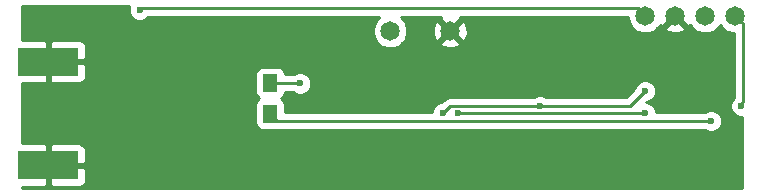
<source format=gbr>
G04 #@! TF.FileFunction,Copper,L2,Bot,Signal*
%FSLAX46Y46*%
G04 Gerber Fmt 4.6, Leading zero omitted, Abs format (unit mm)*
G04 Created by KiCad (PCBNEW 0.201510251816+6278~30~ubuntu14.04.1-product) date Mon 26 Oct 2015 11:17:12 PM CDT*
%MOMM*%
G01*
G04 APERTURE LIST*
%ADD10C,0.100000*%
%ADD11C,1.651000*%
%ADD12R,1.198880X1.501140*%
%ADD13C,0.711200*%
%ADD14R,0.889000X0.457200*%
%ADD15R,5.080000X2.413000*%
%ADD16C,0.600000*%
%ADD17C,0.250000*%
%ADD18C,0.254000*%
G04 APERTURE END LIST*
D10*
D11*
X137160000Y-86360000D03*
X142240000Y-86360000D03*
X158750000Y-85090000D03*
X161290000Y-85090000D03*
X163830000Y-85090000D03*
X166370000Y-85090000D03*
D12*
X127000000Y-90774520D03*
X127000000Y-93375480D03*
D13*
X111633000Y-97726500D03*
D14*
X111188500Y-97726500D03*
D15*
X108204000Y-97726500D03*
X108204000Y-88963500D03*
D14*
X111188500Y-88963500D03*
D13*
X111633000Y-88963500D03*
D16*
X151638000Y-95504000D03*
X151638000Y-91313000D03*
X125984000Y-87630000D03*
X121031000Y-87884000D03*
X119761000Y-85471000D03*
X142367000Y-97790000D03*
X148590000Y-91440000D03*
X148209000Y-96393000D03*
X134366000Y-94996000D03*
X134366000Y-92964000D03*
X160274000Y-96520000D03*
X166370000Y-97917000D03*
X161671000Y-92837000D03*
X164465000Y-89535000D03*
X142240000Y-90170000D03*
X158115000Y-88265000D03*
X116967000Y-99060000D03*
X120904000Y-99060000D03*
X135890000Y-99060000D03*
X158369000Y-99060000D03*
X115951000Y-84582000D03*
X166878000Y-92710000D03*
X129540000Y-90805000D03*
X149860000Y-92710000D03*
X158750000Y-91440000D03*
X141605000Y-93345000D03*
X158750000Y-93345000D03*
X142875000Y-93345000D03*
X164338000Y-93980000D03*
D17*
X148209000Y-96393000D02*
X143764000Y-96393000D01*
X143764000Y-96393000D02*
X142367000Y-97790000D01*
X160274000Y-96520000D02*
X164973000Y-96520000D01*
X164973000Y-96520000D02*
X166370000Y-97917000D01*
X121920000Y-84455000D02*
X158115000Y-84455000D01*
X158750000Y-85090000D02*
X158115000Y-84455000D01*
X121920000Y-84455000D02*
X116078000Y-84455000D01*
X116078000Y-84455000D02*
X115951000Y-84582000D01*
X166878000Y-92710000D02*
X167005000Y-92329000D01*
X167005000Y-92329000D02*
X167005000Y-85725000D01*
X167005000Y-85725000D02*
X166370000Y-85090000D01*
X127000000Y-90774520D02*
X129509520Y-90774520D01*
X129509520Y-90774520D02*
X129540000Y-90805000D01*
X157480000Y-92710000D02*
X158750000Y-91440000D01*
X142240000Y-92710000D02*
X149860000Y-92710000D01*
X149860000Y-92710000D02*
X157480000Y-92710000D01*
X141605000Y-93345000D02*
X142240000Y-92710000D01*
X142875000Y-93345000D02*
X158750000Y-93345000D01*
X128905000Y-93980000D02*
X127604520Y-93980000D01*
X164338000Y-93980000D02*
X129540000Y-93980000D01*
X129540000Y-93980000D02*
X128905000Y-93980000D01*
X127604520Y-93980000D02*
X127000000Y-93375480D01*
D18*
G36*
X115016162Y-84395201D02*
X115015838Y-84767167D01*
X115157883Y-85110943D01*
X115420673Y-85374192D01*
X115764201Y-85516838D01*
X116136167Y-85517162D01*
X116479943Y-85375117D01*
X116640340Y-85215000D01*
X136239736Y-85215000D01*
X135922570Y-85531613D01*
X135699754Y-86068214D01*
X135699247Y-86649237D01*
X135921126Y-87186226D01*
X136331613Y-87597430D01*
X136868214Y-87820246D01*
X137449237Y-87820753D01*
X137986226Y-87598874D01*
X138199256Y-87386215D01*
X141393390Y-87386215D01*
X141470656Y-87634976D01*
X142017131Y-87832340D01*
X142597535Y-87805553D01*
X143009344Y-87634976D01*
X143086610Y-87386215D01*
X142240000Y-86539605D01*
X141393390Y-87386215D01*
X138199256Y-87386215D01*
X138397430Y-87188387D01*
X138620246Y-86651786D01*
X138620695Y-86137131D01*
X140767660Y-86137131D01*
X140794447Y-86717535D01*
X140965024Y-87129344D01*
X141213785Y-87206610D01*
X142060395Y-86360000D01*
X142419605Y-86360000D01*
X143266215Y-87206610D01*
X143514976Y-87129344D01*
X143712340Y-86582869D01*
X143685553Y-86002465D01*
X143514976Y-85590656D01*
X143266215Y-85513390D01*
X142419605Y-86360000D01*
X142060395Y-86360000D01*
X141213785Y-85513390D01*
X140965024Y-85590656D01*
X140767660Y-86137131D01*
X138620695Y-86137131D01*
X138620753Y-86070763D01*
X138398874Y-85533774D01*
X138080656Y-85215000D01*
X141430285Y-85215000D01*
X141393390Y-85333785D01*
X142240000Y-86180395D01*
X143086610Y-85333785D01*
X143049715Y-85215000D01*
X157289390Y-85215000D01*
X157289247Y-85379237D01*
X157511126Y-85916226D01*
X157921613Y-86327430D01*
X158458214Y-86550246D01*
X159039237Y-86550753D01*
X159576226Y-86328874D01*
X159789256Y-86116215D01*
X160443390Y-86116215D01*
X160520656Y-86364976D01*
X161067131Y-86562340D01*
X161647535Y-86535553D01*
X162059344Y-86364976D01*
X162136610Y-86116215D01*
X161290000Y-85269605D01*
X160443390Y-86116215D01*
X159789256Y-86116215D01*
X159987430Y-85918387D01*
X160013487Y-85855634D01*
X160015024Y-85859344D01*
X160263785Y-85936610D01*
X161110395Y-85090000D01*
X161096253Y-85075858D01*
X161275858Y-84896253D01*
X161290000Y-84910395D01*
X161304143Y-84896253D01*
X161483748Y-85075858D01*
X161469605Y-85090000D01*
X162316215Y-85936610D01*
X162564976Y-85859344D01*
X162566211Y-85855926D01*
X162591126Y-85916226D01*
X163001613Y-86327430D01*
X163538214Y-86550246D01*
X164119237Y-86550753D01*
X164656226Y-86328874D01*
X165067430Y-85918387D01*
X165099804Y-85840421D01*
X165131126Y-85916226D01*
X165541613Y-86327430D01*
X166078214Y-86550246D01*
X166245000Y-86550392D01*
X166245000Y-92020759D01*
X166085808Y-92179673D01*
X165943162Y-92523201D01*
X165942838Y-92895167D01*
X166084883Y-93238943D01*
X166347673Y-93502192D01*
X166691201Y-93644838D01*
X166955000Y-93645068D01*
X166955000Y-99645000D01*
X105968000Y-99645000D01*
X105968000Y-99568000D01*
X107918250Y-99568000D01*
X108077000Y-99409250D01*
X108077000Y-97853500D01*
X108331000Y-97853500D01*
X108331000Y-99409250D01*
X108489750Y-99568000D01*
X110870310Y-99568000D01*
X111103699Y-99471327D01*
X111282327Y-99292698D01*
X111379000Y-99059309D01*
X111379000Y-98012250D01*
X111220250Y-97853500D01*
X108331000Y-97853500D01*
X108077000Y-97853500D01*
X108057000Y-97853500D01*
X108057000Y-97599500D01*
X108077000Y-97599500D01*
X108077000Y-96043750D01*
X108331000Y-96043750D01*
X108331000Y-97599500D01*
X111220250Y-97599500D01*
X111379000Y-97440750D01*
X111379000Y-96393691D01*
X111282327Y-96160302D01*
X111103699Y-95981673D01*
X110870310Y-95885000D01*
X108489750Y-95885000D01*
X108331000Y-96043750D01*
X108077000Y-96043750D01*
X107918250Y-95885000D01*
X105968000Y-95885000D01*
X105968000Y-90805000D01*
X107918250Y-90805000D01*
X108077000Y-90646250D01*
X108077000Y-89090500D01*
X108331000Y-89090500D01*
X108331000Y-90646250D01*
X108489750Y-90805000D01*
X110870310Y-90805000D01*
X111103699Y-90708327D01*
X111282327Y-90529698D01*
X111379000Y-90296309D01*
X111379000Y-90023950D01*
X125753120Y-90023950D01*
X125753120Y-91525090D01*
X125797398Y-91760407D01*
X125936470Y-91976531D01*
X126081507Y-92075631D01*
X125949119Y-92160820D01*
X125804129Y-92373020D01*
X125753120Y-92624910D01*
X125753120Y-94126050D01*
X125797398Y-94361367D01*
X125936470Y-94577491D01*
X126148670Y-94722481D01*
X126400560Y-94773490D01*
X127599440Y-94773490D01*
X127777424Y-94740000D01*
X163775537Y-94740000D01*
X163807673Y-94772192D01*
X164151201Y-94914838D01*
X164523167Y-94915162D01*
X164866943Y-94773117D01*
X165130192Y-94510327D01*
X165272838Y-94166799D01*
X165273162Y-93794833D01*
X165131117Y-93451057D01*
X164868327Y-93187808D01*
X164524799Y-93045162D01*
X164152833Y-93044838D01*
X163809057Y-93186883D01*
X163775882Y-93220000D01*
X159685110Y-93220000D01*
X159685162Y-93159833D01*
X159543117Y-92816057D01*
X159280327Y-92552808D01*
X158936799Y-92410162D01*
X158854712Y-92410090D01*
X158889680Y-92375122D01*
X158935167Y-92375162D01*
X159278943Y-92233117D01*
X159542192Y-91970327D01*
X159684838Y-91626799D01*
X159685162Y-91254833D01*
X159543117Y-90911057D01*
X159280327Y-90647808D01*
X158936799Y-90505162D01*
X158564833Y-90504838D01*
X158221057Y-90646883D01*
X157957808Y-90909673D01*
X157815162Y-91253201D01*
X157815121Y-91300077D01*
X157165198Y-91950000D01*
X150422463Y-91950000D01*
X150390327Y-91917808D01*
X150046799Y-91775162D01*
X149674833Y-91774838D01*
X149331057Y-91916883D01*
X149297882Y-91950000D01*
X142240000Y-91950000D01*
X141949161Y-92007852D01*
X141702599Y-92172599D01*
X141465320Y-92409878D01*
X141419833Y-92409838D01*
X141076057Y-92551883D01*
X140812808Y-92814673D01*
X140670162Y-93158201D01*
X140670108Y-93220000D01*
X128246880Y-93220000D01*
X128246880Y-92624910D01*
X128202602Y-92389593D01*
X128063530Y-92173469D01*
X127918493Y-92074369D01*
X128050881Y-91989180D01*
X128195871Y-91776980D01*
X128244970Y-91534520D01*
X128947110Y-91534520D01*
X129009673Y-91597192D01*
X129353201Y-91739838D01*
X129725167Y-91740162D01*
X130068943Y-91598117D01*
X130332192Y-91335327D01*
X130474838Y-90991799D01*
X130475162Y-90619833D01*
X130333117Y-90276057D01*
X130070327Y-90012808D01*
X129726799Y-89870162D01*
X129354833Y-89869838D01*
X129011057Y-90011883D01*
X129008415Y-90014520D01*
X128245106Y-90014520D01*
X128202602Y-89788633D01*
X128063530Y-89572509D01*
X127851330Y-89427519D01*
X127599440Y-89376510D01*
X126400560Y-89376510D01*
X126165243Y-89420788D01*
X125949119Y-89559860D01*
X125804129Y-89772060D01*
X125753120Y-90023950D01*
X111379000Y-90023950D01*
X111379000Y-89249250D01*
X111220250Y-89090500D01*
X108331000Y-89090500D01*
X108077000Y-89090500D01*
X108057000Y-89090500D01*
X108057000Y-88836500D01*
X108077000Y-88836500D01*
X108077000Y-87280750D01*
X108331000Y-87280750D01*
X108331000Y-88836500D01*
X111220250Y-88836500D01*
X111379000Y-88677750D01*
X111379000Y-87630691D01*
X111282327Y-87397302D01*
X111103699Y-87218673D01*
X110870310Y-87122000D01*
X108489750Y-87122000D01*
X108331000Y-87280750D01*
X108077000Y-87280750D01*
X107918250Y-87122000D01*
X105968000Y-87122000D01*
X105968000Y-84251000D01*
X115076040Y-84251000D01*
X115016162Y-84395201D01*
X115016162Y-84395201D01*
G37*
X115016162Y-84395201D02*
X115015838Y-84767167D01*
X115157883Y-85110943D01*
X115420673Y-85374192D01*
X115764201Y-85516838D01*
X116136167Y-85517162D01*
X116479943Y-85375117D01*
X116640340Y-85215000D01*
X136239736Y-85215000D01*
X135922570Y-85531613D01*
X135699754Y-86068214D01*
X135699247Y-86649237D01*
X135921126Y-87186226D01*
X136331613Y-87597430D01*
X136868214Y-87820246D01*
X137449237Y-87820753D01*
X137986226Y-87598874D01*
X138199256Y-87386215D01*
X141393390Y-87386215D01*
X141470656Y-87634976D01*
X142017131Y-87832340D01*
X142597535Y-87805553D01*
X143009344Y-87634976D01*
X143086610Y-87386215D01*
X142240000Y-86539605D01*
X141393390Y-87386215D01*
X138199256Y-87386215D01*
X138397430Y-87188387D01*
X138620246Y-86651786D01*
X138620695Y-86137131D01*
X140767660Y-86137131D01*
X140794447Y-86717535D01*
X140965024Y-87129344D01*
X141213785Y-87206610D01*
X142060395Y-86360000D01*
X142419605Y-86360000D01*
X143266215Y-87206610D01*
X143514976Y-87129344D01*
X143712340Y-86582869D01*
X143685553Y-86002465D01*
X143514976Y-85590656D01*
X143266215Y-85513390D01*
X142419605Y-86360000D01*
X142060395Y-86360000D01*
X141213785Y-85513390D01*
X140965024Y-85590656D01*
X140767660Y-86137131D01*
X138620695Y-86137131D01*
X138620753Y-86070763D01*
X138398874Y-85533774D01*
X138080656Y-85215000D01*
X141430285Y-85215000D01*
X141393390Y-85333785D01*
X142240000Y-86180395D01*
X143086610Y-85333785D01*
X143049715Y-85215000D01*
X157289390Y-85215000D01*
X157289247Y-85379237D01*
X157511126Y-85916226D01*
X157921613Y-86327430D01*
X158458214Y-86550246D01*
X159039237Y-86550753D01*
X159576226Y-86328874D01*
X159789256Y-86116215D01*
X160443390Y-86116215D01*
X160520656Y-86364976D01*
X161067131Y-86562340D01*
X161647535Y-86535553D01*
X162059344Y-86364976D01*
X162136610Y-86116215D01*
X161290000Y-85269605D01*
X160443390Y-86116215D01*
X159789256Y-86116215D01*
X159987430Y-85918387D01*
X160013487Y-85855634D01*
X160015024Y-85859344D01*
X160263785Y-85936610D01*
X161110395Y-85090000D01*
X161096253Y-85075858D01*
X161275858Y-84896253D01*
X161290000Y-84910395D01*
X161304143Y-84896253D01*
X161483748Y-85075858D01*
X161469605Y-85090000D01*
X162316215Y-85936610D01*
X162564976Y-85859344D01*
X162566211Y-85855926D01*
X162591126Y-85916226D01*
X163001613Y-86327430D01*
X163538214Y-86550246D01*
X164119237Y-86550753D01*
X164656226Y-86328874D01*
X165067430Y-85918387D01*
X165099804Y-85840421D01*
X165131126Y-85916226D01*
X165541613Y-86327430D01*
X166078214Y-86550246D01*
X166245000Y-86550392D01*
X166245000Y-92020759D01*
X166085808Y-92179673D01*
X165943162Y-92523201D01*
X165942838Y-92895167D01*
X166084883Y-93238943D01*
X166347673Y-93502192D01*
X166691201Y-93644838D01*
X166955000Y-93645068D01*
X166955000Y-99645000D01*
X105968000Y-99645000D01*
X105968000Y-99568000D01*
X107918250Y-99568000D01*
X108077000Y-99409250D01*
X108077000Y-97853500D01*
X108331000Y-97853500D01*
X108331000Y-99409250D01*
X108489750Y-99568000D01*
X110870310Y-99568000D01*
X111103699Y-99471327D01*
X111282327Y-99292698D01*
X111379000Y-99059309D01*
X111379000Y-98012250D01*
X111220250Y-97853500D01*
X108331000Y-97853500D01*
X108077000Y-97853500D01*
X108057000Y-97853500D01*
X108057000Y-97599500D01*
X108077000Y-97599500D01*
X108077000Y-96043750D01*
X108331000Y-96043750D01*
X108331000Y-97599500D01*
X111220250Y-97599500D01*
X111379000Y-97440750D01*
X111379000Y-96393691D01*
X111282327Y-96160302D01*
X111103699Y-95981673D01*
X110870310Y-95885000D01*
X108489750Y-95885000D01*
X108331000Y-96043750D01*
X108077000Y-96043750D01*
X107918250Y-95885000D01*
X105968000Y-95885000D01*
X105968000Y-90805000D01*
X107918250Y-90805000D01*
X108077000Y-90646250D01*
X108077000Y-89090500D01*
X108331000Y-89090500D01*
X108331000Y-90646250D01*
X108489750Y-90805000D01*
X110870310Y-90805000D01*
X111103699Y-90708327D01*
X111282327Y-90529698D01*
X111379000Y-90296309D01*
X111379000Y-90023950D01*
X125753120Y-90023950D01*
X125753120Y-91525090D01*
X125797398Y-91760407D01*
X125936470Y-91976531D01*
X126081507Y-92075631D01*
X125949119Y-92160820D01*
X125804129Y-92373020D01*
X125753120Y-92624910D01*
X125753120Y-94126050D01*
X125797398Y-94361367D01*
X125936470Y-94577491D01*
X126148670Y-94722481D01*
X126400560Y-94773490D01*
X127599440Y-94773490D01*
X127777424Y-94740000D01*
X163775537Y-94740000D01*
X163807673Y-94772192D01*
X164151201Y-94914838D01*
X164523167Y-94915162D01*
X164866943Y-94773117D01*
X165130192Y-94510327D01*
X165272838Y-94166799D01*
X165273162Y-93794833D01*
X165131117Y-93451057D01*
X164868327Y-93187808D01*
X164524799Y-93045162D01*
X164152833Y-93044838D01*
X163809057Y-93186883D01*
X163775882Y-93220000D01*
X159685110Y-93220000D01*
X159685162Y-93159833D01*
X159543117Y-92816057D01*
X159280327Y-92552808D01*
X158936799Y-92410162D01*
X158854712Y-92410090D01*
X158889680Y-92375122D01*
X158935167Y-92375162D01*
X159278943Y-92233117D01*
X159542192Y-91970327D01*
X159684838Y-91626799D01*
X159685162Y-91254833D01*
X159543117Y-90911057D01*
X159280327Y-90647808D01*
X158936799Y-90505162D01*
X158564833Y-90504838D01*
X158221057Y-90646883D01*
X157957808Y-90909673D01*
X157815162Y-91253201D01*
X157815121Y-91300077D01*
X157165198Y-91950000D01*
X150422463Y-91950000D01*
X150390327Y-91917808D01*
X150046799Y-91775162D01*
X149674833Y-91774838D01*
X149331057Y-91916883D01*
X149297882Y-91950000D01*
X142240000Y-91950000D01*
X141949161Y-92007852D01*
X141702599Y-92172599D01*
X141465320Y-92409878D01*
X141419833Y-92409838D01*
X141076057Y-92551883D01*
X140812808Y-92814673D01*
X140670162Y-93158201D01*
X140670108Y-93220000D01*
X128246880Y-93220000D01*
X128246880Y-92624910D01*
X128202602Y-92389593D01*
X128063530Y-92173469D01*
X127918493Y-92074369D01*
X128050881Y-91989180D01*
X128195871Y-91776980D01*
X128244970Y-91534520D01*
X128947110Y-91534520D01*
X129009673Y-91597192D01*
X129353201Y-91739838D01*
X129725167Y-91740162D01*
X130068943Y-91598117D01*
X130332192Y-91335327D01*
X130474838Y-90991799D01*
X130475162Y-90619833D01*
X130333117Y-90276057D01*
X130070327Y-90012808D01*
X129726799Y-89870162D01*
X129354833Y-89869838D01*
X129011057Y-90011883D01*
X129008415Y-90014520D01*
X128245106Y-90014520D01*
X128202602Y-89788633D01*
X128063530Y-89572509D01*
X127851330Y-89427519D01*
X127599440Y-89376510D01*
X126400560Y-89376510D01*
X126165243Y-89420788D01*
X125949119Y-89559860D01*
X125804129Y-89772060D01*
X125753120Y-90023950D01*
X111379000Y-90023950D01*
X111379000Y-89249250D01*
X111220250Y-89090500D01*
X108331000Y-89090500D01*
X108077000Y-89090500D01*
X108057000Y-89090500D01*
X108057000Y-88836500D01*
X108077000Y-88836500D01*
X108077000Y-87280750D01*
X108331000Y-87280750D01*
X108331000Y-88836500D01*
X111220250Y-88836500D01*
X111379000Y-88677750D01*
X111379000Y-87630691D01*
X111282327Y-87397302D01*
X111103699Y-87218673D01*
X110870310Y-87122000D01*
X108489750Y-87122000D01*
X108331000Y-87280750D01*
X108077000Y-87280750D01*
X107918250Y-87122000D01*
X105968000Y-87122000D01*
X105968000Y-84251000D01*
X115076040Y-84251000D01*
X115016162Y-84395201D01*
M02*

</source>
